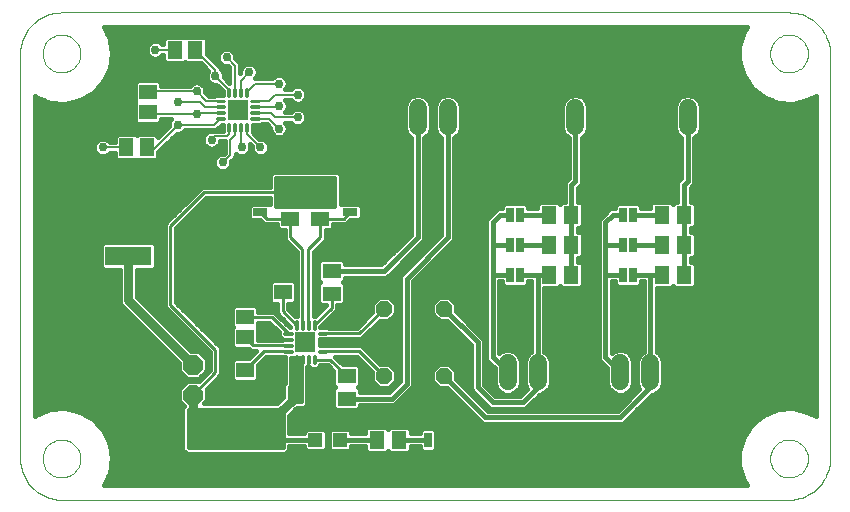
<source format=gtl>
G75*
G70*
%OFA0B0*%
%FSLAX24Y24*%
%IPPOS*%
%LPD*%
%AMOC8*
5,1,8,0,0,1.08239X$1,22.5*
%
%ADD10C,0.0000*%
%ADD11R,0.0669X0.0669*%
%ADD12C,0.0089*%
%ADD13R,0.0591X0.0512*%
%ADD14R,0.0512X0.0591*%
%ADD15OC8,0.0520*%
%ADD16R,0.0500X0.0250*%
%ADD17OC8,0.0660*%
%ADD18R,0.1575X0.0630*%
%ADD19R,0.1063X0.0630*%
%ADD20C,0.0600*%
%ADD21C,0.0594*%
%ADD22R,0.0250X0.0500*%
%ADD23C,0.0300*%
%ADD24R,0.0472X0.0472*%
%ADD25C,0.0160*%
%ADD26OC8,0.0278*%
%ADD27C,0.0080*%
%ADD28C,0.0100*%
%ADD29C,0.0300*%
D10*
X001700Y000325D02*
X025942Y000325D01*
X026014Y000327D01*
X026086Y000333D01*
X026157Y000342D01*
X026228Y000355D01*
X026298Y000372D01*
X026367Y000392D01*
X026435Y000416D01*
X026501Y000444D01*
X026566Y000475D01*
X026630Y000509D01*
X026691Y000547D01*
X026750Y000588D01*
X026807Y000631D01*
X026862Y000678D01*
X026914Y000728D01*
X026964Y000780D01*
X027011Y000835D01*
X027054Y000892D01*
X027095Y000951D01*
X027133Y001013D01*
X027167Y001076D01*
X027198Y001141D01*
X027226Y001207D01*
X027250Y001275D01*
X027270Y001344D01*
X027287Y001414D01*
X027300Y001485D01*
X027309Y001556D01*
X027315Y001628D01*
X027317Y001700D01*
X027317Y015195D01*
X025320Y015200D02*
X025322Y015250D01*
X025328Y015300D01*
X025338Y015349D01*
X025352Y015397D01*
X025369Y015444D01*
X025390Y015489D01*
X025415Y015533D01*
X025443Y015574D01*
X025475Y015613D01*
X025509Y015650D01*
X025546Y015684D01*
X025586Y015714D01*
X025628Y015741D01*
X025672Y015765D01*
X025718Y015786D01*
X025765Y015802D01*
X025813Y015815D01*
X025863Y015824D01*
X025912Y015829D01*
X025963Y015830D01*
X026013Y015827D01*
X026062Y015820D01*
X026111Y015809D01*
X026159Y015794D01*
X026205Y015776D01*
X026250Y015754D01*
X026293Y015728D01*
X026334Y015699D01*
X026373Y015667D01*
X026409Y015632D01*
X026441Y015594D01*
X026471Y015554D01*
X026498Y015511D01*
X026521Y015467D01*
X026540Y015421D01*
X026556Y015373D01*
X026568Y015324D01*
X026576Y015275D01*
X026580Y015225D01*
X026580Y015175D01*
X026576Y015125D01*
X026568Y015076D01*
X026556Y015027D01*
X026540Y014979D01*
X026521Y014933D01*
X026498Y014889D01*
X026471Y014846D01*
X026441Y014806D01*
X026409Y014768D01*
X026373Y014733D01*
X026334Y014701D01*
X026293Y014672D01*
X026250Y014646D01*
X026205Y014624D01*
X026159Y014606D01*
X026111Y014591D01*
X026062Y014580D01*
X026013Y014573D01*
X025963Y014570D01*
X025912Y014571D01*
X025863Y014576D01*
X025813Y014585D01*
X025765Y014598D01*
X025718Y014614D01*
X025672Y014635D01*
X025628Y014659D01*
X025586Y014686D01*
X025546Y014716D01*
X025509Y014750D01*
X025475Y014787D01*
X025443Y014826D01*
X025415Y014867D01*
X025390Y014911D01*
X025369Y014956D01*
X025352Y015003D01*
X025338Y015051D01*
X025328Y015100D01*
X025322Y015150D01*
X025320Y015200D01*
X025942Y016570D02*
X026014Y016568D01*
X026086Y016562D01*
X026157Y016553D01*
X026228Y016540D01*
X026298Y016523D01*
X026367Y016503D01*
X026435Y016479D01*
X026501Y016451D01*
X026566Y016420D01*
X026630Y016386D01*
X026691Y016348D01*
X026750Y016307D01*
X026807Y016264D01*
X026862Y016217D01*
X026914Y016167D01*
X026964Y016115D01*
X027011Y016060D01*
X027054Y016003D01*
X027095Y015944D01*
X027133Y015883D01*
X027167Y015819D01*
X027198Y015754D01*
X027226Y015688D01*
X027250Y015620D01*
X027270Y015551D01*
X027287Y015481D01*
X027300Y015410D01*
X027309Y015339D01*
X027315Y015267D01*
X027317Y015195D01*
X025942Y016570D02*
X001700Y016570D01*
X001070Y015200D02*
X001072Y015250D01*
X001078Y015300D01*
X001088Y015349D01*
X001102Y015397D01*
X001119Y015444D01*
X001140Y015489D01*
X001165Y015533D01*
X001193Y015574D01*
X001225Y015613D01*
X001259Y015650D01*
X001296Y015684D01*
X001336Y015714D01*
X001378Y015741D01*
X001422Y015765D01*
X001468Y015786D01*
X001515Y015802D01*
X001563Y015815D01*
X001613Y015824D01*
X001662Y015829D01*
X001713Y015830D01*
X001763Y015827D01*
X001812Y015820D01*
X001861Y015809D01*
X001909Y015794D01*
X001955Y015776D01*
X002000Y015754D01*
X002043Y015728D01*
X002084Y015699D01*
X002123Y015667D01*
X002159Y015632D01*
X002191Y015594D01*
X002221Y015554D01*
X002248Y015511D01*
X002271Y015467D01*
X002290Y015421D01*
X002306Y015373D01*
X002318Y015324D01*
X002326Y015275D01*
X002330Y015225D01*
X002330Y015175D01*
X002326Y015125D01*
X002318Y015076D01*
X002306Y015027D01*
X002290Y014979D01*
X002271Y014933D01*
X002248Y014889D01*
X002221Y014846D01*
X002191Y014806D01*
X002159Y014768D01*
X002123Y014733D01*
X002084Y014701D01*
X002043Y014672D01*
X002000Y014646D01*
X001955Y014624D01*
X001909Y014606D01*
X001861Y014591D01*
X001812Y014580D01*
X001763Y014573D01*
X001713Y014570D01*
X001662Y014571D01*
X001613Y014576D01*
X001563Y014585D01*
X001515Y014598D01*
X001468Y014614D01*
X001422Y014635D01*
X001378Y014659D01*
X001336Y014686D01*
X001296Y014716D01*
X001259Y014750D01*
X001225Y014787D01*
X001193Y014826D01*
X001165Y014867D01*
X001140Y014911D01*
X001119Y014956D01*
X001102Y015003D01*
X001088Y015051D01*
X001078Y015100D01*
X001072Y015150D01*
X001070Y015200D01*
X000325Y015195D02*
X000325Y001700D01*
X001070Y001700D02*
X001072Y001750D01*
X001078Y001800D01*
X001088Y001849D01*
X001102Y001897D01*
X001119Y001944D01*
X001140Y001989D01*
X001165Y002033D01*
X001193Y002074D01*
X001225Y002113D01*
X001259Y002150D01*
X001296Y002184D01*
X001336Y002214D01*
X001378Y002241D01*
X001422Y002265D01*
X001468Y002286D01*
X001515Y002302D01*
X001563Y002315D01*
X001613Y002324D01*
X001662Y002329D01*
X001713Y002330D01*
X001763Y002327D01*
X001812Y002320D01*
X001861Y002309D01*
X001909Y002294D01*
X001955Y002276D01*
X002000Y002254D01*
X002043Y002228D01*
X002084Y002199D01*
X002123Y002167D01*
X002159Y002132D01*
X002191Y002094D01*
X002221Y002054D01*
X002248Y002011D01*
X002271Y001967D01*
X002290Y001921D01*
X002306Y001873D01*
X002318Y001824D01*
X002326Y001775D01*
X002330Y001725D01*
X002330Y001675D01*
X002326Y001625D01*
X002318Y001576D01*
X002306Y001527D01*
X002290Y001479D01*
X002271Y001433D01*
X002248Y001389D01*
X002221Y001346D01*
X002191Y001306D01*
X002159Y001268D01*
X002123Y001233D01*
X002084Y001201D01*
X002043Y001172D01*
X002000Y001146D01*
X001955Y001124D01*
X001909Y001106D01*
X001861Y001091D01*
X001812Y001080D01*
X001763Y001073D01*
X001713Y001070D01*
X001662Y001071D01*
X001613Y001076D01*
X001563Y001085D01*
X001515Y001098D01*
X001468Y001114D01*
X001422Y001135D01*
X001378Y001159D01*
X001336Y001186D01*
X001296Y001216D01*
X001259Y001250D01*
X001225Y001287D01*
X001193Y001326D01*
X001165Y001367D01*
X001140Y001411D01*
X001119Y001456D01*
X001102Y001503D01*
X001088Y001551D01*
X001078Y001600D01*
X001072Y001650D01*
X001070Y001700D01*
X000325Y001700D02*
X000327Y001628D01*
X000333Y001556D01*
X000342Y001485D01*
X000355Y001414D01*
X000372Y001344D01*
X000392Y001275D01*
X000416Y001207D01*
X000444Y001141D01*
X000475Y001076D01*
X000509Y001013D01*
X000547Y000951D01*
X000588Y000892D01*
X000631Y000835D01*
X000678Y000780D01*
X000728Y000728D01*
X000780Y000678D01*
X000835Y000631D01*
X000892Y000588D01*
X000951Y000547D01*
X001012Y000509D01*
X001076Y000475D01*
X001141Y000444D01*
X001207Y000416D01*
X001275Y000392D01*
X001344Y000372D01*
X001414Y000355D01*
X001485Y000342D01*
X001556Y000333D01*
X001628Y000327D01*
X001700Y000325D01*
X025320Y001700D02*
X025322Y001750D01*
X025328Y001800D01*
X025338Y001849D01*
X025352Y001897D01*
X025369Y001944D01*
X025390Y001989D01*
X025415Y002033D01*
X025443Y002074D01*
X025475Y002113D01*
X025509Y002150D01*
X025546Y002184D01*
X025586Y002214D01*
X025628Y002241D01*
X025672Y002265D01*
X025718Y002286D01*
X025765Y002302D01*
X025813Y002315D01*
X025863Y002324D01*
X025912Y002329D01*
X025963Y002330D01*
X026013Y002327D01*
X026062Y002320D01*
X026111Y002309D01*
X026159Y002294D01*
X026205Y002276D01*
X026250Y002254D01*
X026293Y002228D01*
X026334Y002199D01*
X026373Y002167D01*
X026409Y002132D01*
X026441Y002094D01*
X026471Y002054D01*
X026498Y002011D01*
X026521Y001967D01*
X026540Y001921D01*
X026556Y001873D01*
X026568Y001824D01*
X026576Y001775D01*
X026580Y001725D01*
X026580Y001675D01*
X026576Y001625D01*
X026568Y001576D01*
X026556Y001527D01*
X026540Y001479D01*
X026521Y001433D01*
X026498Y001389D01*
X026471Y001346D01*
X026441Y001306D01*
X026409Y001268D01*
X026373Y001233D01*
X026334Y001201D01*
X026293Y001172D01*
X026250Y001146D01*
X026205Y001124D01*
X026159Y001106D01*
X026111Y001091D01*
X026062Y001080D01*
X026013Y001073D01*
X025963Y001070D01*
X025912Y001071D01*
X025863Y001076D01*
X025813Y001085D01*
X025765Y001098D01*
X025718Y001114D01*
X025672Y001135D01*
X025628Y001159D01*
X025586Y001186D01*
X025546Y001216D01*
X025509Y001250D01*
X025475Y001287D01*
X025443Y001326D01*
X025415Y001367D01*
X025390Y001411D01*
X025369Y001456D01*
X025352Y001503D01*
X025338Y001551D01*
X025328Y001600D01*
X025322Y001650D01*
X025320Y001700D01*
X001700Y016570D02*
X001628Y016568D01*
X001556Y016562D01*
X001485Y016553D01*
X001414Y016540D01*
X001344Y016523D01*
X001275Y016503D01*
X001207Y016479D01*
X001141Y016451D01*
X001076Y016420D01*
X001012Y016386D01*
X000951Y016348D01*
X000892Y016307D01*
X000835Y016264D01*
X000780Y016217D01*
X000728Y016167D01*
X000678Y016115D01*
X000631Y016060D01*
X000588Y016003D01*
X000547Y015944D01*
X000509Y015883D01*
X000475Y015819D01*
X000444Y015754D01*
X000416Y015688D01*
X000392Y015620D01*
X000372Y015551D01*
X000355Y015481D01*
X000342Y015410D01*
X000333Y015339D01*
X000327Y015267D01*
X000325Y015195D01*
D11*
X007575Y013325D03*
X009825Y005575D03*
D12*
X009367Y005462D02*
X009121Y005462D01*
X009121Y005492D01*
X009367Y005492D01*
X009367Y005462D01*
X009367Y005265D02*
X009121Y005265D01*
X009121Y005295D01*
X009367Y005295D01*
X009367Y005265D01*
X009545Y005117D02*
X009545Y004871D01*
X009515Y004871D01*
X009515Y005117D01*
X009545Y005117D01*
X009545Y004959D02*
X009515Y004959D01*
X009515Y005047D02*
X009545Y005047D01*
X009742Y005117D02*
X009742Y004871D01*
X009712Y004871D01*
X009712Y005117D01*
X009742Y005117D01*
X009742Y004959D02*
X009712Y004959D01*
X009712Y005047D02*
X009742Y005047D01*
X009938Y005117D02*
X009938Y004871D01*
X009908Y004871D01*
X009908Y005117D01*
X009938Y005117D01*
X009938Y004959D02*
X009908Y004959D01*
X009908Y005047D02*
X009938Y005047D01*
X010135Y005117D02*
X010135Y004871D01*
X010105Y004871D01*
X010105Y005117D01*
X010135Y005117D01*
X010135Y004959D02*
X010105Y004959D01*
X010105Y005047D02*
X010135Y005047D01*
X010283Y005295D02*
X010529Y005295D01*
X010529Y005265D01*
X010283Y005265D01*
X010283Y005295D01*
X010283Y005492D02*
X010529Y005492D01*
X010529Y005462D01*
X010283Y005462D01*
X010283Y005492D01*
X010283Y005688D02*
X010529Y005688D01*
X010529Y005658D01*
X010283Y005658D01*
X010283Y005688D01*
X010283Y005885D02*
X010529Y005885D01*
X010529Y005855D01*
X010283Y005855D01*
X010283Y005885D01*
X010105Y006033D02*
X010105Y006279D01*
X010135Y006279D01*
X010135Y006033D01*
X010105Y006033D01*
X010105Y006121D02*
X010135Y006121D01*
X010135Y006209D02*
X010105Y006209D01*
X009908Y006279D02*
X009908Y006033D01*
X009908Y006279D02*
X009938Y006279D01*
X009938Y006033D01*
X009908Y006033D01*
X009908Y006121D02*
X009938Y006121D01*
X009938Y006209D02*
X009908Y006209D01*
X009712Y006279D02*
X009712Y006033D01*
X009712Y006279D02*
X009742Y006279D01*
X009742Y006033D01*
X009712Y006033D01*
X009712Y006121D02*
X009742Y006121D01*
X009742Y006209D02*
X009712Y006209D01*
X009515Y006279D02*
X009515Y006033D01*
X009515Y006279D02*
X009545Y006279D01*
X009545Y006033D01*
X009515Y006033D01*
X009515Y006121D02*
X009545Y006121D01*
X009545Y006209D02*
X009515Y006209D01*
X009367Y005855D02*
X009121Y005855D01*
X009121Y005885D01*
X009367Y005885D01*
X009367Y005855D01*
X009367Y005658D02*
X009121Y005658D01*
X009121Y005688D01*
X009367Y005688D01*
X009367Y005658D01*
X007885Y012621D02*
X007885Y012867D01*
X007885Y012621D02*
X007855Y012621D01*
X007855Y012867D01*
X007885Y012867D01*
X007885Y012709D02*
X007855Y012709D01*
X007855Y012797D02*
X007885Y012797D01*
X007688Y012867D02*
X007688Y012621D01*
X007658Y012621D01*
X007658Y012867D01*
X007688Y012867D01*
X007688Y012709D02*
X007658Y012709D01*
X007658Y012797D02*
X007688Y012797D01*
X007492Y012867D02*
X007492Y012621D01*
X007462Y012621D01*
X007462Y012867D01*
X007492Y012867D01*
X007492Y012709D02*
X007462Y012709D01*
X007462Y012797D02*
X007492Y012797D01*
X007295Y012867D02*
X007295Y012621D01*
X007265Y012621D01*
X007265Y012867D01*
X007295Y012867D01*
X007295Y012709D02*
X007265Y012709D01*
X007265Y012797D02*
X007295Y012797D01*
X007117Y013015D02*
X006871Y013015D01*
X006871Y013045D01*
X007117Y013045D01*
X007117Y013015D01*
X007117Y013212D02*
X006871Y013212D01*
X006871Y013242D01*
X007117Y013242D01*
X007117Y013212D01*
X007117Y013408D02*
X006871Y013408D01*
X006871Y013438D01*
X007117Y013438D01*
X007117Y013408D01*
X007117Y013605D02*
X006871Y013605D01*
X006871Y013635D01*
X007117Y013635D01*
X007117Y013605D01*
X007265Y013783D02*
X007265Y014029D01*
X007295Y014029D01*
X007295Y013783D01*
X007265Y013783D01*
X007265Y013871D02*
X007295Y013871D01*
X007295Y013959D02*
X007265Y013959D01*
X007462Y014029D02*
X007462Y013783D01*
X007462Y014029D02*
X007492Y014029D01*
X007492Y013783D01*
X007462Y013783D01*
X007462Y013871D02*
X007492Y013871D01*
X007492Y013959D02*
X007462Y013959D01*
X007658Y014029D02*
X007658Y013783D01*
X007658Y014029D02*
X007688Y014029D01*
X007688Y013783D01*
X007658Y013783D01*
X007658Y013871D02*
X007688Y013871D01*
X007688Y013959D02*
X007658Y013959D01*
X007855Y014029D02*
X007855Y013783D01*
X007855Y014029D02*
X007885Y014029D01*
X007885Y013783D01*
X007855Y013783D01*
X007855Y013871D02*
X007885Y013871D01*
X007885Y013959D02*
X007855Y013959D01*
X008033Y013635D02*
X008279Y013635D01*
X008279Y013605D01*
X008033Y013605D01*
X008033Y013635D01*
X008033Y013438D02*
X008279Y013438D01*
X008279Y013408D01*
X008033Y013408D01*
X008033Y013438D01*
X008033Y013242D02*
X008279Y013242D01*
X008279Y013212D01*
X008033Y013212D01*
X008033Y013242D01*
X008033Y013045D02*
X008279Y013045D01*
X008279Y013015D01*
X008033Y013015D01*
X008033Y013045D01*
D13*
X004575Y013240D03*
X004575Y013910D03*
X009325Y010449D03*
X009325Y009701D03*
X010325Y009701D03*
X010325Y010449D03*
X010700Y007949D03*
X010700Y007201D03*
X009075Y007240D03*
X009075Y007910D03*
X007825Y006410D03*
X007825Y005740D03*
X007825Y004660D03*
X007825Y003990D03*
X006700Y002285D03*
X006700Y001615D03*
X011200Y003701D03*
X011200Y004449D03*
D14*
X010160Y003825D03*
X009490Y003825D03*
X012201Y002325D03*
X012949Y002325D03*
X017951Y007825D03*
X018699Y007825D03*
X018699Y008825D03*
X017951Y008825D03*
X017951Y009825D03*
X018699Y009825D03*
X021701Y009825D03*
X022449Y009825D03*
X022449Y008825D03*
X021701Y008825D03*
X021701Y007825D03*
X022449Y007825D03*
X006160Y015325D03*
X005490Y015325D03*
X004535Y012075D03*
X003865Y012075D03*
D15*
X012450Y006700D03*
X014450Y006700D03*
X014450Y004450D03*
X012450Y004450D03*
D16*
X011325Y009913D03*
X011325Y010237D03*
X008325Y010237D03*
X008325Y009913D03*
D17*
X006075Y004825D03*
X005325Y004325D03*
X006075Y003825D03*
D18*
X006723Y008450D03*
X003927Y008450D03*
D19*
X008200Y002501D03*
X008200Y001399D03*
D20*
X016575Y004275D02*
X016575Y004875D01*
X017575Y004875D02*
X017575Y004275D01*
X018575Y004275D02*
X018575Y004875D01*
X020325Y004875D02*
X020325Y004275D01*
X021325Y004275D02*
X021325Y004875D01*
X022325Y004875D02*
X022325Y004275D01*
X014575Y012775D02*
X014575Y013375D01*
X013575Y013375D02*
X013575Y012775D01*
X012575Y012775D02*
X012575Y013375D01*
D21*
X017825Y013372D02*
X017825Y012778D01*
X018825Y012778D02*
X018825Y013372D01*
X021575Y013372D02*
X021575Y012778D01*
X022575Y012778D02*
X022575Y013372D01*
D22*
X020737Y009825D03*
X020413Y009825D03*
X020413Y008825D03*
X020737Y008825D03*
X020737Y007825D03*
X020413Y007825D03*
X016987Y007825D03*
X016663Y007825D03*
X016663Y008825D03*
X016987Y008825D03*
X016987Y009825D03*
X016663Y009825D03*
X014237Y002325D03*
X013913Y002325D03*
D23*
X007075Y011575D03*
X007700Y012075D03*
X008325Y012075D03*
X008950Y012700D03*
X009575Y013075D03*
X008950Y013450D03*
X009575Y013825D03*
X008950Y014200D03*
X007950Y014575D03*
X007200Y015075D03*
X006825Y014450D03*
X006200Y013950D03*
X005575Y013575D03*
X006200Y013200D03*
X005575Y012825D03*
X006700Y012325D03*
X003075Y012075D03*
X004825Y015325D03*
D24*
X010162Y002325D03*
X010988Y002325D03*
D25*
X012201Y002325D01*
X011805Y002105D02*
X011805Y001972D01*
X011887Y001890D01*
X012515Y001890D01*
X012575Y001950D01*
X012635Y001890D01*
X013263Y001890D01*
X013345Y001972D01*
X013345Y002105D01*
X013648Y002105D01*
X013648Y002017D01*
X013730Y001935D01*
X014096Y001935D01*
X014178Y002017D01*
X014178Y002633D01*
X014096Y002715D01*
X013730Y002715D01*
X013648Y002633D01*
X013648Y002545D01*
X013345Y002545D01*
X013345Y002678D01*
X013263Y002760D01*
X012635Y002760D01*
X012575Y002700D01*
X012515Y002760D01*
X011887Y002760D01*
X011805Y002678D01*
X011805Y002545D01*
X011365Y002545D01*
X011365Y002619D01*
X011283Y002701D01*
X010694Y002701D01*
X010612Y002619D01*
X010612Y002031D01*
X010694Y001949D01*
X011283Y001949D01*
X011365Y002031D01*
X011365Y002105D01*
X011805Y002105D01*
X011805Y002069D02*
X011365Y002069D01*
X011867Y001910D02*
X009221Y001910D01*
X009166Y001855D02*
X009295Y001984D01*
X009295Y002105D01*
X009785Y002105D01*
X009785Y002031D01*
X009867Y001949D01*
X010456Y001949D01*
X010538Y002031D01*
X010538Y002619D01*
X010456Y002701D01*
X009867Y002701D01*
X009785Y002619D01*
X009785Y002545D01*
X009295Y002545D01*
X009295Y003135D01*
X009545Y003385D01*
X009779Y003385D01*
X009783Y003390D01*
X009804Y003390D01*
X009886Y003472D01*
X009886Y003493D01*
X009890Y003496D01*
X009890Y004759D01*
X009923Y004793D01*
X010029Y004687D01*
X010211Y004687D01*
X010319Y004795D01*
X010319Y004804D01*
X010576Y004804D01*
X010765Y004616D01*
X010765Y004135D01*
X010825Y004075D01*
X010765Y004015D01*
X010765Y003387D01*
X010847Y003305D01*
X011553Y003305D01*
X011635Y003387D01*
X011635Y003481D01*
X012792Y003481D01*
X013420Y004109D01*
X013420Y007609D01*
X014795Y008984D01*
X014795Y012390D01*
X014824Y012402D01*
X014948Y012526D01*
X015015Y012687D01*
X015015Y013463D01*
X014948Y013624D01*
X014824Y013748D01*
X014663Y013815D01*
X014487Y013815D01*
X014326Y013748D01*
X014202Y013624D01*
X014135Y013463D01*
X014135Y012687D01*
X014202Y012526D01*
X014326Y012402D01*
X014355Y012390D01*
X014355Y009166D01*
X013109Y007920D01*
X012980Y007791D01*
X012980Y004291D01*
X012610Y003921D01*
X011635Y003921D01*
X011635Y004015D01*
X011575Y004075D01*
X011635Y004135D01*
X011635Y004763D01*
X011868Y004763D01*
X011710Y004922D02*
X010996Y004922D01*
X011073Y004845D02*
X010828Y005090D01*
X011542Y005090D01*
X012050Y004581D01*
X012050Y004284D01*
X012284Y004050D01*
X012616Y004050D01*
X012850Y004284D01*
X012850Y004616D01*
X012616Y004850D01*
X012319Y004850D01*
X011699Y005470D01*
X010614Y005470D01*
X010605Y005479D01*
X010300Y005479D01*
X010300Y005671D01*
X010605Y005671D01*
X010614Y005680D01*
X011699Y005680D01*
X012319Y006300D01*
X012616Y006300D01*
X012850Y006534D01*
X012850Y006866D01*
X012616Y007100D01*
X012284Y007100D01*
X012050Y006866D01*
X012050Y006569D01*
X011542Y006060D01*
X010614Y006060D01*
X010605Y006069D01*
X010319Y006069D01*
X010319Y006086D01*
X010779Y006545D01*
X010890Y006657D01*
X010890Y006805D01*
X011053Y006805D01*
X011135Y006887D01*
X011135Y007515D01*
X011075Y007575D01*
X011135Y007635D01*
X011135Y007729D01*
X012540Y007729D01*
X013666Y008855D01*
X013795Y008984D01*
X013795Y012390D01*
X013824Y012402D01*
X013948Y012526D01*
X014015Y012687D01*
X014015Y013463D01*
X013948Y013624D01*
X013824Y013748D01*
X013663Y013815D01*
X013487Y013815D01*
X013326Y013748D01*
X013202Y013624D01*
X013135Y013463D01*
X013135Y012687D01*
X013202Y012526D01*
X013326Y012402D01*
X013355Y012390D01*
X013355Y009166D01*
X012358Y008169D01*
X011135Y008169D01*
X011135Y008263D01*
X011053Y008345D01*
X010347Y008345D01*
X010265Y008263D01*
X010265Y007635D01*
X010325Y007575D01*
X010265Y007515D01*
X010265Y006887D01*
X010347Y006805D01*
X010501Y006805D01*
X010159Y006463D01*
X010113Y006463D01*
X010113Y008595D01*
X010404Y008885D01*
X010515Y008996D01*
X010515Y009305D01*
X010678Y009305D01*
X010760Y009387D01*
X010760Y009511D01*
X011192Y009511D01*
X011329Y009648D01*
X011633Y009648D01*
X011715Y009730D01*
X011715Y010096D01*
X011633Y010178D01*
X011017Y010178D01*
X011015Y010176D01*
X011015Y011154D01*
X010904Y011265D01*
X008746Y011265D01*
X008635Y011154D01*
X008635Y010765D01*
X006371Y010765D01*
X005246Y009640D01*
X005135Y009529D01*
X005135Y006746D01*
X006635Y005246D01*
X006635Y004654D01*
X006273Y004292D01*
X006270Y004295D01*
X005880Y004295D01*
X005605Y004020D01*
X005605Y003630D01*
X005775Y003461D01*
X005730Y003416D01*
X005730Y001984D01*
X005859Y001855D01*
X009166Y001855D01*
X009075Y002075D02*
X005950Y002075D01*
X005950Y003325D01*
X009075Y003325D01*
X009075Y002075D01*
X009075Y002227D02*
X005950Y002227D01*
X005950Y002386D02*
X009075Y002386D01*
X009075Y002325D02*
X010162Y002325D01*
X009785Y002069D02*
X009295Y002069D01*
X009075Y002544D02*
X005950Y002544D01*
X005950Y002703D02*
X009075Y002703D01*
X009075Y002861D02*
X005950Y002861D01*
X005950Y003020D02*
X009075Y003020D01*
X009075Y003178D02*
X005950Y003178D01*
X005730Y003178D02*
X002462Y003178D01*
X002314Y003264D02*
X001826Y003375D01*
X001326Y003338D01*
X000860Y003155D01*
X000805Y003111D01*
X000805Y013789D01*
X000860Y013745D01*
X001326Y013562D01*
X001326Y013562D01*
X001826Y013525D01*
X002314Y013636D01*
X002747Y013887D01*
X003088Y014254D01*
X003305Y014705D01*
X003380Y015200D01*
X003305Y015695D01*
X003305Y015695D01*
X003115Y016090D01*
X024546Y016090D01*
X024436Y015929D01*
X024289Y015450D01*
X024289Y014950D01*
X024436Y014471D01*
X024718Y014057D01*
X024718Y014057D01*
X024718Y014057D01*
X025110Y013745D01*
X025576Y013562D01*
X025576Y013562D01*
X026076Y013525D01*
X026564Y013636D01*
X026837Y013794D01*
X026837Y003106D01*
X026564Y003264D01*
X026564Y003264D01*
X026076Y003375D01*
X026076Y003375D01*
X025576Y003338D01*
X025110Y003155D01*
X024718Y002843D01*
X024436Y002429D01*
X024289Y001950D01*
X024289Y001450D01*
X024436Y000971D01*
X024550Y000805D01*
X003113Y000805D01*
X003305Y001205D01*
X003380Y001700D01*
X003305Y002195D01*
X003305Y002195D01*
X003088Y002646D01*
X002747Y003013D01*
X002314Y003264D01*
X001996Y003337D02*
X005730Y003337D01*
X005740Y003495D02*
X000805Y003495D01*
X000805Y003337D02*
X001323Y003337D01*
X000919Y003178D02*
X000805Y003178D01*
X000860Y003155D02*
X000860Y003155D01*
X000805Y003654D02*
X005605Y003654D01*
X005605Y003812D02*
X000805Y003812D01*
X000805Y003971D02*
X005605Y003971D01*
X005714Y004129D02*
X000805Y004129D01*
X000805Y004288D02*
X005873Y004288D01*
X005880Y004355D02*
X006270Y004355D01*
X006545Y004630D01*
X006545Y005020D01*
X006270Y005295D01*
X006015Y005295D01*
X004217Y007093D01*
X004217Y007995D01*
X004773Y007995D01*
X004855Y008077D01*
X004855Y008823D01*
X004773Y008905D01*
X003082Y008905D01*
X003000Y008823D01*
X003000Y008077D01*
X003082Y007995D01*
X003637Y007995D01*
X003637Y006915D01*
X003682Y006808D01*
X005605Y004885D01*
X005605Y004630D01*
X005880Y004355D01*
X005789Y004446D02*
X000805Y004446D01*
X000805Y004605D02*
X005631Y004605D01*
X005605Y004763D02*
X000805Y004763D01*
X000805Y004922D02*
X005568Y004922D01*
X005410Y005080D02*
X000805Y005080D01*
X000805Y005239D02*
X005251Y005239D01*
X005093Y005397D02*
X000805Y005397D01*
X000805Y005556D02*
X004934Y005556D01*
X004776Y005714D02*
X000805Y005714D01*
X000805Y005873D02*
X004617Y005873D01*
X004459Y006031D02*
X000805Y006031D01*
X000805Y006190D02*
X004300Y006190D01*
X004142Y006348D02*
X000805Y006348D01*
X000805Y006507D02*
X003983Y006507D01*
X003825Y006665D02*
X000805Y006665D01*
X000805Y006824D02*
X003675Y006824D01*
X003637Y006982D02*
X000805Y006982D01*
X000805Y007141D02*
X003637Y007141D01*
X003637Y007299D02*
X000805Y007299D01*
X000805Y007458D02*
X003637Y007458D01*
X003637Y007616D02*
X000805Y007616D01*
X000805Y007775D02*
X003637Y007775D01*
X003637Y007933D02*
X000805Y007933D01*
X000805Y008092D02*
X003000Y008092D01*
X003000Y008250D02*
X000805Y008250D01*
X000805Y008409D02*
X003000Y008409D01*
X003000Y008567D02*
X000805Y008567D01*
X000805Y008726D02*
X003000Y008726D01*
X003061Y008884D02*
X000805Y008884D01*
X000805Y009043D02*
X005135Y009043D01*
X005135Y009201D02*
X000805Y009201D01*
X000805Y009360D02*
X005135Y009360D01*
X005135Y009518D02*
X000805Y009518D01*
X000805Y009677D02*
X005283Y009677D01*
X005441Y009835D02*
X000805Y009835D01*
X000805Y009994D02*
X005600Y009994D01*
X005758Y010152D02*
X000805Y010152D01*
X000805Y010311D02*
X005917Y010311D01*
X006075Y010469D02*
X000805Y010469D01*
X000805Y010628D02*
X006234Y010628D01*
X006529Y010385D02*
X008635Y010385D01*
X008635Y010176D01*
X008633Y010178D01*
X008017Y010178D01*
X007935Y010096D01*
X007935Y009730D01*
X008017Y009648D01*
X008321Y009648D01*
X008458Y009511D01*
X008890Y009511D01*
X008890Y009387D01*
X008972Y009305D01*
X009135Y009305D01*
X009135Y008996D01*
X009246Y008885D01*
X009246Y008885D01*
X009537Y008595D01*
X009537Y006463D01*
X009491Y006463D01*
X009265Y006689D01*
X009265Y006844D01*
X009428Y006844D01*
X009510Y006926D01*
X009510Y007554D01*
X009428Y007636D01*
X008722Y007636D01*
X008640Y007554D01*
X008640Y006926D01*
X008722Y006844D01*
X008885Y006844D01*
X008885Y006532D01*
X008996Y006420D01*
X009331Y006086D01*
X009331Y006069D01*
X009314Y006069D01*
X008784Y006600D01*
X008260Y006600D01*
X008260Y006724D01*
X008178Y006806D01*
X007472Y006806D01*
X007390Y006724D01*
X007390Y006096D01*
X007410Y006075D01*
X007390Y006054D01*
X007390Y005426D01*
X007472Y005344D01*
X007952Y005344D01*
X008010Y005287D01*
X008183Y005287D01*
X007952Y005056D01*
X007472Y005056D01*
X007390Y004974D01*
X007390Y004346D01*
X007472Y004264D01*
X008178Y004264D01*
X008260Y004346D01*
X008260Y004826D01*
X008524Y005090D01*
X009036Y005090D01*
X009045Y005081D01*
X009135Y005081D01*
X009135Y004219D01*
X009094Y004178D01*
X009094Y003755D01*
X008885Y003545D01*
X006460Y003545D01*
X006545Y003630D01*
X006545Y004020D01*
X006542Y004023D01*
X007015Y004496D01*
X007015Y004654D01*
X007015Y005404D01*
X006904Y005515D01*
X005515Y006904D01*
X005515Y009371D01*
X006529Y010385D01*
X006454Y010311D02*
X008635Y010311D01*
X008635Y010786D02*
X000805Y010786D01*
X000805Y010945D02*
X008635Y010945D01*
X008635Y011103D02*
X000805Y011103D01*
X000805Y011262D02*
X008743Y011262D01*
X008489Y011829D02*
X008571Y011911D01*
X008615Y012017D01*
X008615Y012133D01*
X008571Y012239D01*
X008489Y012321D01*
X008383Y012365D01*
X008290Y012365D01*
X008069Y012585D01*
X008069Y012831D01*
X008355Y012831D01*
X008374Y012850D01*
X008546Y012850D01*
X008660Y012735D01*
X008660Y012642D01*
X008704Y012536D01*
X008786Y012454D01*
X008892Y012410D01*
X009008Y012410D01*
X009114Y012454D01*
X009196Y012536D01*
X009240Y012642D01*
X009240Y012758D01*
X009196Y012864D01*
X009165Y012895D01*
X009345Y012895D01*
X009411Y012829D01*
X009517Y012785D01*
X009633Y012785D01*
X009739Y012829D01*
X009821Y012911D01*
X009865Y013017D01*
X009865Y013133D01*
X009821Y013239D01*
X009739Y013321D01*
X009633Y013365D01*
X009517Y013365D01*
X009411Y013321D01*
X009345Y013255D01*
X009165Y013255D01*
X009196Y013286D01*
X009240Y013392D01*
X009240Y013508D01*
X009196Y013614D01*
X009165Y013645D01*
X009345Y013645D01*
X009411Y013579D01*
X009517Y013535D01*
X009633Y013535D01*
X009739Y013579D01*
X009821Y013661D01*
X009865Y013767D01*
X009865Y013883D01*
X009821Y013989D01*
X009739Y014071D01*
X009633Y014115D01*
X009517Y014115D01*
X009411Y014071D01*
X009345Y014005D01*
X009165Y014005D01*
X009196Y014036D01*
X009240Y014142D01*
X009240Y014258D01*
X009196Y014364D01*
X009114Y014446D01*
X009008Y014490D01*
X008892Y014490D01*
X008786Y014446D01*
X008720Y014380D01*
X008165Y014380D01*
X008196Y014411D01*
X008240Y014517D01*
X008240Y014633D01*
X008196Y014739D01*
X008114Y014821D01*
X008008Y014865D01*
X007892Y014865D01*
X007786Y014821D01*
X007704Y014739D01*
X007660Y014633D01*
X007660Y014540D01*
X007657Y014536D01*
X007657Y014873D01*
X007490Y015040D01*
X007490Y015133D01*
X007446Y015239D01*
X007364Y015321D01*
X007258Y015365D01*
X007142Y015365D01*
X007036Y015321D01*
X006954Y015239D01*
X006910Y015133D01*
X006910Y015017D01*
X006954Y014911D01*
X007036Y014829D01*
X007142Y014785D01*
X007235Y014785D01*
X007297Y014724D01*
X007297Y014233D01*
X007115Y014415D01*
X007115Y014508D01*
X007071Y014614D01*
X007005Y014680D01*
X007005Y014734D01*
X006556Y015184D01*
X006556Y015678D01*
X006474Y015760D01*
X005846Y015760D01*
X005825Y015740D01*
X005804Y015760D01*
X005176Y015760D01*
X005094Y015678D01*
X005094Y015505D01*
X005055Y015505D01*
X004989Y015571D01*
X004883Y015615D01*
X004767Y015615D01*
X004661Y015571D01*
X004579Y015489D01*
X004535Y015383D01*
X004535Y015267D01*
X004579Y015161D01*
X004661Y015079D01*
X004767Y015035D01*
X004883Y015035D01*
X004989Y015079D01*
X005055Y015145D01*
X005094Y015145D01*
X005094Y014972D01*
X005176Y014890D01*
X005804Y014890D01*
X005825Y014910D01*
X005846Y014890D01*
X006340Y014890D01*
X006597Y014633D01*
X006579Y014614D01*
X006535Y014508D01*
X006535Y014392D01*
X006579Y014286D01*
X006661Y014204D01*
X006767Y014160D01*
X006860Y014160D01*
X007081Y013940D01*
X007081Y013819D01*
X006795Y013819D01*
X006776Y013800D01*
X006604Y013800D01*
X006490Y013915D01*
X006490Y014008D01*
X006446Y014114D01*
X006364Y014196D01*
X006258Y014240D01*
X006142Y014240D01*
X006036Y014196D01*
X005970Y014130D01*
X005010Y014130D01*
X005010Y014224D01*
X004928Y014306D01*
X004222Y014306D01*
X004140Y014224D01*
X004140Y013596D01*
X004160Y013575D01*
X004140Y013554D01*
X004140Y012926D01*
X004222Y012844D01*
X004928Y012844D01*
X005010Y012926D01*
X005010Y013020D01*
X005360Y013020D01*
X005329Y012989D01*
X005285Y012883D01*
X005285Y012790D01*
X004927Y012432D01*
X004849Y012510D01*
X004221Y012510D01*
X004200Y012490D01*
X004179Y012510D01*
X003551Y012510D01*
X003469Y012428D01*
X003469Y012255D01*
X003305Y012255D01*
X003239Y012321D01*
X003133Y012365D01*
X003017Y012365D01*
X002911Y012321D01*
X002829Y012239D01*
X002785Y012133D01*
X002785Y012017D01*
X002829Y011911D01*
X002911Y011829D01*
X003017Y011785D01*
X003133Y011785D01*
X003239Y011829D01*
X003305Y011895D01*
X003469Y011895D01*
X003469Y011722D01*
X003551Y011640D01*
X004179Y011640D01*
X004200Y011660D01*
X004221Y011640D01*
X004849Y011640D01*
X004931Y011722D01*
X004931Y011918D01*
X004950Y011932D01*
X004953Y011949D01*
X005540Y012535D01*
X005633Y012535D01*
X005739Y012579D01*
X005805Y012645D01*
X006864Y012645D01*
X007050Y012831D01*
X007081Y012831D01*
X007081Y012630D01*
X006750Y012630D01*
X006735Y012615D01*
X006642Y012615D01*
X006536Y012571D01*
X006454Y012489D01*
X006410Y012383D01*
X006410Y012267D01*
X006454Y012161D01*
X006536Y012079D01*
X006642Y012035D01*
X006758Y012035D01*
X006864Y012079D01*
X006946Y012161D01*
X006990Y012267D01*
X006990Y012270D01*
X007145Y012270D01*
X007145Y011900D01*
X007110Y011865D01*
X007017Y011865D01*
X006911Y011821D01*
X006829Y011739D01*
X006785Y011633D01*
X006785Y011517D01*
X006829Y011411D01*
X006911Y011329D01*
X007017Y011285D01*
X007133Y011285D01*
X007239Y011329D01*
X007321Y011411D01*
X007365Y011517D01*
X007365Y011610D01*
X007400Y011645D01*
X007505Y011750D01*
X007505Y011860D01*
X007536Y011829D01*
X007642Y011785D01*
X007758Y011785D01*
X007864Y011829D01*
X007946Y011911D01*
X007990Y012017D01*
X007990Y012133D01*
X007974Y012172D01*
X008035Y012110D01*
X008035Y012017D01*
X008079Y011911D01*
X008161Y011829D01*
X008267Y011785D01*
X008383Y011785D01*
X008489Y011829D01*
X008556Y011896D02*
X013355Y011896D01*
X013355Y012054D02*
X008615Y012054D01*
X008582Y012213D02*
X013355Y012213D01*
X013355Y012371D02*
X008284Y012371D01*
X008125Y012530D02*
X008710Y012530D01*
X008660Y012688D02*
X008069Y012688D01*
X008371Y012847D02*
X008549Y012847D01*
X009203Y012847D02*
X009393Y012847D01*
X009240Y012688D02*
X013135Y012688D01*
X013135Y012847D02*
X009757Y012847D01*
X009860Y013005D02*
X013135Y013005D01*
X013135Y013164D02*
X009852Y013164D01*
X009736Y013322D02*
X013135Y013322D01*
X013142Y013481D02*
X009240Y013481D01*
X009211Y013322D02*
X009414Y013322D01*
X009351Y013639D02*
X009171Y013639D01*
X009799Y013639D02*
X013217Y013639D01*
X013445Y013798D02*
X009865Y013798D01*
X009835Y013956D02*
X024845Y013956D01*
X024679Y014115D02*
X009634Y014115D01*
X009516Y014115D02*
X009228Y014115D01*
X009234Y014273D02*
X024571Y014273D01*
X024463Y014432D02*
X009129Y014432D01*
X008771Y014432D02*
X008204Y014432D01*
X008240Y014590D02*
X024400Y014590D01*
X024436Y014471D02*
X024436Y014471D01*
X024351Y014749D02*
X008187Y014749D01*
X007713Y014749D02*
X007657Y014749D01*
X007657Y014590D02*
X007660Y014590D01*
X007297Y014590D02*
X007081Y014590D01*
X007115Y014432D02*
X007297Y014432D01*
X007297Y014273D02*
X007257Y014273D01*
X007064Y013956D02*
X006490Y013956D01*
X006446Y014115D02*
X006906Y014115D01*
X006592Y014273D02*
X004961Y014273D01*
X004189Y014273D02*
X003097Y014273D01*
X003088Y014254D02*
X003088Y014254D01*
X002959Y014115D02*
X004140Y014115D01*
X004140Y013956D02*
X002812Y013956D01*
X002747Y013887D02*
X002747Y013887D01*
X002747Y013887D01*
X002593Y013798D02*
X004140Y013798D01*
X004140Y013639D02*
X002319Y013639D01*
X002314Y013636D02*
X002314Y013636D01*
X001826Y013525D02*
X001826Y013525D01*
X001130Y013639D02*
X000805Y013639D01*
X000860Y013745D02*
X000860Y013745D01*
X000805Y013481D02*
X004140Y013481D01*
X004140Y013322D02*
X000805Y013322D01*
X000805Y013164D02*
X004140Y013164D01*
X004140Y013005D02*
X000805Y013005D01*
X000805Y012847D02*
X004220Y012847D01*
X004930Y012847D02*
X005285Y012847D01*
X005345Y013005D02*
X005010Y013005D01*
X005183Y012688D02*
X000805Y012688D01*
X000805Y012530D02*
X005025Y012530D01*
X005376Y012371D02*
X006410Y012371D01*
X006433Y012213D02*
X005217Y012213D01*
X005059Y012054D02*
X006596Y012054D01*
X006804Y012054D02*
X007145Y012054D01*
X007145Y012213D02*
X006967Y012213D01*
X007141Y011896D02*
X004931Y011896D01*
X004931Y011737D02*
X006828Y011737D01*
X006785Y011579D02*
X000805Y011579D01*
X000805Y011737D02*
X003469Y011737D01*
X002844Y011896D02*
X000805Y011896D01*
X000805Y012054D02*
X002785Y012054D01*
X002818Y012213D02*
X000805Y012213D01*
X000805Y012371D02*
X003469Y012371D01*
X005534Y012530D02*
X006494Y012530D01*
X006907Y012688D02*
X007081Y012688D01*
X007990Y012054D02*
X008035Y012054D01*
X008094Y011896D02*
X007931Y011896D01*
X007492Y011737D02*
X013355Y011737D01*
X013355Y011579D02*
X007365Y011579D01*
X007325Y011420D02*
X013355Y011420D01*
X013355Y011262D02*
X010907Y011262D01*
X011015Y011103D02*
X013355Y011103D01*
X013355Y010945D02*
X011015Y010945D01*
X011015Y010786D02*
X013355Y010786D01*
X013355Y010628D02*
X011015Y010628D01*
X011015Y010469D02*
X013355Y010469D01*
X013355Y010311D02*
X011015Y010311D01*
X011659Y010152D02*
X013355Y010152D01*
X013355Y009994D02*
X011715Y009994D01*
X011715Y009835D02*
X013355Y009835D01*
X013355Y009677D02*
X011662Y009677D01*
X011199Y009518D02*
X013355Y009518D01*
X013355Y009360D02*
X010733Y009360D01*
X010515Y009201D02*
X013355Y009201D01*
X013231Y009043D02*
X010515Y009043D01*
X010403Y008884D02*
X013073Y008884D01*
X012914Y008726D02*
X010244Y008726D01*
X010113Y008567D02*
X012756Y008567D01*
X012597Y008409D02*
X010113Y008409D01*
X010113Y008250D02*
X010265Y008250D01*
X010265Y008092D02*
X010113Y008092D01*
X010113Y007933D02*
X010265Y007933D01*
X010265Y007775D02*
X010113Y007775D01*
X010113Y007616D02*
X010284Y007616D01*
X010265Y007458D02*
X010113Y007458D01*
X010113Y007299D02*
X010265Y007299D01*
X010265Y007141D02*
X010113Y007141D01*
X010113Y006982D02*
X010265Y006982D01*
X010328Y006824D02*
X010113Y006824D01*
X010113Y006665D02*
X010361Y006665D01*
X010202Y006507D02*
X010113Y006507D01*
X010423Y006190D02*
X011671Y006190D01*
X011829Y006348D02*
X010581Y006348D01*
X010740Y006507D02*
X011988Y006507D01*
X012050Y006665D02*
X010890Y006665D01*
X010779Y006545D02*
X010779Y006545D01*
X011072Y006824D02*
X012050Y006824D01*
X012166Y006982D02*
X011135Y006982D01*
X011135Y007141D02*
X012980Y007141D01*
X012980Y007299D02*
X011135Y007299D01*
X011135Y007458D02*
X012980Y007458D01*
X012980Y007616D02*
X011116Y007616D01*
X010700Y007949D02*
X012449Y007949D01*
X013575Y009075D01*
X013575Y013075D01*
X014015Y013005D02*
X014135Y013005D01*
X014135Y012847D02*
X014015Y012847D01*
X014015Y012688D02*
X014135Y012688D01*
X014200Y012530D02*
X013950Y012530D01*
X013795Y012371D02*
X014355Y012371D01*
X014355Y012213D02*
X013795Y012213D01*
X013795Y012054D02*
X014355Y012054D01*
X014355Y011896D02*
X013795Y011896D01*
X013795Y011737D02*
X014355Y011737D01*
X014355Y011579D02*
X013795Y011579D01*
X013795Y011420D02*
X014355Y011420D01*
X014355Y011262D02*
X013795Y011262D01*
X013795Y011103D02*
X014355Y011103D01*
X014355Y010945D02*
X013795Y010945D01*
X013795Y010786D02*
X014355Y010786D01*
X014355Y010628D02*
X013795Y010628D01*
X013795Y010469D02*
X014355Y010469D01*
X014355Y010311D02*
X013795Y010311D01*
X013795Y010152D02*
X014355Y010152D01*
X014355Y009994D02*
X013795Y009994D01*
X013795Y009835D02*
X014355Y009835D01*
X014355Y009677D02*
X013795Y009677D01*
X013795Y009518D02*
X014355Y009518D01*
X014355Y009360D02*
X013795Y009360D01*
X013795Y009201D02*
X014355Y009201D01*
X014231Y009043D02*
X013795Y009043D01*
X013695Y008884D02*
X014073Y008884D01*
X013914Y008726D02*
X013537Y008726D01*
X013378Y008567D02*
X013756Y008567D01*
X013597Y008409D02*
X013220Y008409D01*
X013061Y008250D02*
X013439Y008250D01*
X013280Y008092D02*
X012903Y008092D01*
X012744Y007933D02*
X013122Y007933D01*
X012980Y007775D02*
X012586Y007775D01*
X012439Y008250D02*
X011135Y008250D01*
X009537Y008250D02*
X005515Y008250D01*
X005515Y008092D02*
X009537Y008092D01*
X009537Y007933D02*
X005515Y007933D01*
X005515Y007775D02*
X009537Y007775D01*
X009537Y007616D02*
X009449Y007616D01*
X009510Y007458D02*
X009537Y007458D01*
X009537Y007299D02*
X009510Y007299D01*
X009510Y007141D02*
X009537Y007141D01*
X009537Y006982D02*
X009510Y006982D01*
X009537Y006824D02*
X009265Y006824D01*
X009289Y006665D02*
X009537Y006665D01*
X009537Y006507D02*
X009448Y006507D01*
X009227Y006190D02*
X009194Y006190D01*
X009069Y006348D02*
X009035Y006348D01*
X008910Y006507D02*
X008877Y006507D01*
X008885Y006665D02*
X008260Y006665D01*
X008640Y006982D02*
X005515Y006982D01*
X005515Y007141D02*
X008640Y007141D01*
X008640Y007299D02*
X005515Y007299D01*
X005515Y007458D02*
X008640Y007458D01*
X008701Y007616D02*
X005515Y007616D01*
X005135Y007616D02*
X004217Y007616D01*
X004217Y007458D02*
X005135Y007458D01*
X005135Y007299D02*
X004217Y007299D01*
X004217Y007141D02*
X005135Y007141D01*
X005135Y006982D02*
X004328Y006982D01*
X004487Y006824D02*
X005135Y006824D01*
X005216Y006665D02*
X004645Y006665D01*
X004804Y006507D02*
X005375Y006507D01*
X005533Y006348D02*
X004962Y006348D01*
X005121Y006190D02*
X005692Y006190D01*
X005850Y006031D02*
X005279Y006031D01*
X005438Y005873D02*
X006009Y005873D01*
X006167Y005714D02*
X005596Y005714D01*
X005755Y005556D02*
X006326Y005556D01*
X006484Y005397D02*
X005913Y005397D01*
X006326Y005239D02*
X006635Y005239D01*
X006635Y005080D02*
X006485Y005080D01*
X006545Y004922D02*
X006635Y004922D01*
X006635Y004763D02*
X006545Y004763D01*
X006519Y004605D02*
X006586Y004605D01*
X006427Y004446D02*
X006361Y004446D01*
X006806Y004288D02*
X007448Y004288D01*
X007390Y004446D02*
X006965Y004446D01*
X007015Y004605D02*
X007390Y004605D01*
X007390Y004763D02*
X007015Y004763D01*
X007015Y004922D02*
X007390Y004922D01*
X007015Y005080D02*
X007977Y005080D01*
X008135Y005239D02*
X007015Y005239D01*
X007015Y005397D02*
X007419Y005397D01*
X007390Y005556D02*
X006863Y005556D01*
X006705Y005714D02*
X007390Y005714D01*
X007390Y005873D02*
X006546Y005873D01*
X006388Y006031D02*
X007390Y006031D01*
X007390Y006190D02*
X006229Y006190D01*
X006071Y006348D02*
X007390Y006348D01*
X007390Y006507D02*
X005912Y006507D01*
X005754Y006665D02*
X007390Y006665D01*
X008260Y006220D02*
X008626Y006220D01*
X008937Y005909D01*
X008937Y005779D01*
X009043Y005673D01*
X009036Y005667D01*
X008260Y005667D01*
X008260Y006054D01*
X008240Y006075D01*
X008260Y006096D01*
X008260Y006220D01*
X008260Y006190D02*
X008656Y006190D01*
X008815Y006031D02*
X008260Y006031D01*
X008260Y005873D02*
X008937Y005873D01*
X009002Y005714D02*
X008260Y005714D01*
X008514Y005080D02*
X009135Y005080D01*
X009135Y004922D02*
X008356Y004922D01*
X008260Y004763D02*
X009135Y004763D01*
X009135Y004605D02*
X008260Y004605D01*
X008260Y004446D02*
X009135Y004446D01*
X009135Y004288D02*
X008202Y004288D01*
X009094Y004129D02*
X006648Y004129D01*
X006545Y003971D02*
X009094Y003971D01*
X009094Y003812D02*
X006545Y003812D01*
X006545Y003654D02*
X008993Y003654D01*
X009497Y003337D02*
X010815Y003337D01*
X010765Y003495D02*
X009889Y003495D01*
X009890Y003654D02*
X010765Y003654D01*
X010765Y003812D02*
X009890Y003812D01*
X009890Y003971D02*
X010765Y003971D01*
X010771Y004129D02*
X009890Y004129D01*
X009890Y004288D02*
X010765Y004288D01*
X010765Y004446D02*
X009890Y004446D01*
X009890Y004605D02*
X010765Y004605D01*
X010617Y004763D02*
X010287Y004763D01*
X009953Y004763D02*
X009894Y004763D01*
X010300Y005556D02*
X012980Y005556D01*
X012980Y005714D02*
X011733Y005714D01*
X011891Y005873D02*
X012980Y005873D01*
X012980Y006031D02*
X012050Y006031D01*
X012208Y006190D02*
X012980Y006190D01*
X012980Y006348D02*
X012664Y006348D01*
X012822Y006507D02*
X012980Y006507D01*
X012980Y006665D02*
X012850Y006665D01*
X012850Y006824D02*
X012980Y006824D01*
X012980Y006982D02*
X012734Y006982D01*
X013420Y006982D02*
X014166Y006982D01*
X014050Y006866D02*
X014050Y006534D01*
X014284Y006300D01*
X014539Y006300D01*
X015355Y005484D01*
X015355Y003984D01*
X015855Y003484D01*
X015984Y003355D01*
X017166Y003355D01*
X017646Y003835D01*
X017663Y003835D01*
X017824Y003902D01*
X017948Y004026D01*
X018015Y004187D01*
X018015Y004963D01*
X017948Y005124D01*
X017824Y005248D01*
X017795Y005260D01*
X017795Y007390D01*
X018265Y007390D01*
X018325Y007450D01*
X018385Y007390D01*
X019013Y007390D01*
X019095Y007472D01*
X019095Y008178D01*
X019013Y008260D01*
X018919Y008260D01*
X018919Y008390D01*
X019013Y008390D01*
X019095Y008472D01*
X019095Y009178D01*
X019013Y009260D01*
X018919Y009260D01*
X018919Y009390D01*
X019013Y009390D01*
X019095Y009472D01*
X019095Y010178D01*
X019013Y010260D01*
X018919Y010260D01*
X018919Y010734D01*
X019045Y010860D01*
X019045Y012396D01*
X019072Y012408D01*
X019195Y012531D01*
X019262Y012691D01*
X019262Y013459D01*
X019195Y013619D01*
X019072Y013742D01*
X018912Y013809D01*
X018738Y013809D01*
X018578Y013742D01*
X018455Y013619D01*
X018388Y013459D01*
X018388Y012691D01*
X018455Y012531D01*
X018578Y012408D01*
X018605Y012396D01*
X018605Y011042D01*
X018479Y010916D01*
X018479Y010260D01*
X018385Y010260D01*
X018325Y010200D01*
X018265Y010260D01*
X017637Y010260D01*
X017555Y010178D01*
X017555Y010045D01*
X017252Y010045D01*
X017252Y010133D01*
X017170Y010215D01*
X016480Y010215D01*
X016398Y010133D01*
X016398Y010045D01*
X016234Y010045D01*
X015984Y009795D01*
X015855Y009666D01*
X015855Y004984D01*
X015984Y004855D01*
X016135Y004704D01*
X016135Y004187D01*
X016202Y004026D01*
X016326Y003902D01*
X016487Y003835D01*
X016663Y003835D01*
X016824Y003902D01*
X016948Y004026D01*
X017015Y004187D01*
X017015Y004963D01*
X016948Y005124D01*
X016824Y005248D01*
X016663Y005315D01*
X016487Y005315D01*
X016326Y005248D01*
X016295Y005217D01*
X016295Y007605D01*
X016398Y007605D01*
X016398Y007517D01*
X016480Y007435D01*
X017170Y007435D01*
X017252Y007517D01*
X017252Y007605D01*
X017355Y007605D01*
X017355Y005260D01*
X017326Y005248D01*
X017202Y005124D01*
X017135Y004963D01*
X017135Y004187D01*
X017202Y004026D01*
X017208Y004019D01*
X016984Y003795D01*
X016166Y003795D01*
X015795Y004166D01*
X015795Y005666D01*
X015666Y005795D01*
X014850Y006611D01*
X014850Y006866D01*
X014616Y007100D01*
X014284Y007100D01*
X014050Y006866D01*
X014050Y006824D02*
X013420Y006824D01*
X013420Y006665D02*
X014050Y006665D01*
X014078Y006507D02*
X013420Y006507D01*
X013420Y006348D02*
X014236Y006348D01*
X014649Y006190D02*
X013420Y006190D01*
X013420Y006031D02*
X014808Y006031D01*
X014966Y005873D02*
X013420Y005873D01*
X013420Y005714D02*
X015125Y005714D01*
X015283Y005556D02*
X013420Y005556D01*
X013420Y005397D02*
X015355Y005397D01*
X015355Y005239D02*
X013420Y005239D01*
X013420Y005080D02*
X015355Y005080D01*
X015355Y004922D02*
X013420Y004922D01*
X013420Y004763D02*
X014197Y004763D01*
X014284Y004850D02*
X014050Y004616D01*
X014050Y004284D01*
X014284Y004050D01*
X014539Y004050D01*
X015605Y002984D01*
X015734Y002855D01*
X020416Y002855D01*
X021396Y003835D01*
X021413Y003835D01*
X021574Y003902D01*
X021698Y004026D01*
X021765Y004187D01*
X021765Y004963D01*
X021698Y005124D01*
X021574Y005248D01*
X021545Y005260D01*
X021545Y007390D01*
X022015Y007390D01*
X022075Y007450D01*
X022135Y007390D01*
X022763Y007390D01*
X022845Y007472D01*
X022845Y008178D01*
X022763Y008260D01*
X022669Y008260D01*
X022669Y008390D01*
X022763Y008390D01*
X022845Y008472D01*
X022845Y009178D01*
X022763Y009260D01*
X022669Y009260D01*
X022669Y009390D01*
X022763Y009390D01*
X022845Y009472D01*
X022845Y010178D01*
X022763Y010260D01*
X022669Y010260D01*
X022669Y010734D01*
X022795Y010860D01*
X022795Y012396D01*
X022822Y012408D01*
X022945Y012531D01*
X023012Y012691D01*
X023012Y013459D01*
X022945Y013619D01*
X022822Y013742D01*
X022662Y013809D01*
X022488Y013809D01*
X022328Y013742D01*
X022205Y013619D01*
X022138Y013459D01*
X022138Y012691D01*
X022205Y012531D01*
X022328Y012408D01*
X022355Y012396D01*
X022355Y011042D01*
X022229Y010916D01*
X022229Y010260D01*
X022135Y010260D01*
X022075Y010200D01*
X022015Y010260D01*
X021387Y010260D01*
X021305Y010178D01*
X021305Y010045D01*
X021002Y010045D01*
X021002Y010133D01*
X020920Y010215D01*
X020230Y010215D01*
X020148Y010133D01*
X020148Y010045D01*
X019984Y010045D01*
X019734Y009795D01*
X019605Y009666D01*
X019605Y004984D01*
X019734Y004855D01*
X019885Y004704D01*
X019885Y004187D01*
X019952Y004026D01*
X020076Y003902D01*
X020237Y003835D01*
X020413Y003835D01*
X020574Y003902D01*
X020698Y004026D01*
X020765Y004187D01*
X020765Y004963D01*
X020698Y005124D01*
X020574Y005248D01*
X020413Y005315D01*
X020237Y005315D01*
X020076Y005248D01*
X020045Y005217D01*
X020045Y007605D01*
X020148Y007605D01*
X020148Y007517D01*
X020230Y007435D01*
X020920Y007435D01*
X021002Y007517D01*
X021002Y007605D01*
X021105Y007605D01*
X021105Y005260D01*
X021076Y005248D01*
X020952Y005124D01*
X020885Y004963D01*
X020885Y004187D01*
X020952Y004026D01*
X020958Y004019D01*
X020234Y003295D01*
X015916Y003295D01*
X014850Y004361D01*
X014850Y004616D01*
X014616Y004850D01*
X014284Y004850D01*
X014050Y004605D02*
X013420Y004605D01*
X013420Y004446D02*
X014050Y004446D01*
X014050Y004288D02*
X013420Y004288D01*
X013420Y004129D02*
X014205Y004129D01*
X014618Y003971D02*
X013282Y003971D01*
X013123Y003812D02*
X014777Y003812D01*
X014935Y003654D02*
X012965Y003654D01*
X012806Y003495D02*
X015094Y003495D01*
X015252Y003337D02*
X011585Y003337D01*
X011200Y003701D02*
X012701Y003701D01*
X013200Y004200D01*
X013200Y007700D01*
X014575Y009075D01*
X014575Y013075D01*
X014135Y013164D02*
X014015Y013164D01*
X014015Y013322D02*
X014135Y013322D01*
X014142Y013481D02*
X014008Y013481D01*
X013933Y013639D02*
X014217Y013639D01*
X014445Y013798D02*
X013705Y013798D01*
X014705Y013798D02*
X018711Y013798D01*
X018939Y013798D02*
X022461Y013798D01*
X022689Y013798D02*
X025044Y013798D01*
X025110Y013745D02*
X025110Y013745D01*
X025380Y013639D02*
X022926Y013639D01*
X023003Y013481D02*
X026837Y013481D01*
X026837Y013639D02*
X026569Y013639D01*
X026564Y013636D02*
X026564Y013636D01*
X026837Y013322D02*
X023012Y013322D01*
X023012Y013164D02*
X026837Y013164D01*
X026837Y013005D02*
X023012Y013005D01*
X023012Y012847D02*
X026837Y012847D01*
X026837Y012688D02*
X023011Y012688D01*
X022944Y012530D02*
X026837Y012530D01*
X026837Y012371D02*
X022795Y012371D01*
X022795Y012213D02*
X026837Y012213D01*
X026837Y012054D02*
X022795Y012054D01*
X022795Y011896D02*
X026837Y011896D01*
X026837Y011737D02*
X022795Y011737D01*
X022795Y011579D02*
X026837Y011579D01*
X026837Y011420D02*
X022795Y011420D01*
X022795Y011262D02*
X026837Y011262D01*
X026837Y011103D02*
X022795Y011103D01*
X022795Y010945D02*
X026837Y010945D01*
X026837Y010786D02*
X022721Y010786D01*
X022669Y010628D02*
X026837Y010628D01*
X026837Y010469D02*
X022669Y010469D01*
X022669Y010311D02*
X026837Y010311D01*
X026837Y010152D02*
X022845Y010152D01*
X022845Y009994D02*
X026837Y009994D01*
X026837Y009835D02*
X022845Y009835D01*
X022845Y009677D02*
X026837Y009677D01*
X026837Y009518D02*
X022845Y009518D01*
X022669Y009360D02*
X026837Y009360D01*
X026837Y009201D02*
X022822Y009201D01*
X022845Y009043D02*
X026837Y009043D01*
X026837Y008884D02*
X022845Y008884D01*
X022845Y008726D02*
X026837Y008726D01*
X026837Y008567D02*
X022845Y008567D01*
X022782Y008409D02*
X026837Y008409D01*
X026837Y008250D02*
X022773Y008250D01*
X022845Y008092D02*
X026837Y008092D01*
X026837Y007933D02*
X022845Y007933D01*
X022845Y007775D02*
X026837Y007775D01*
X026837Y007616D02*
X022845Y007616D01*
X022831Y007458D02*
X026837Y007458D01*
X026837Y007299D02*
X021545Y007299D01*
X021545Y007141D02*
X026837Y007141D01*
X026837Y006982D02*
X021545Y006982D01*
X021545Y006824D02*
X026837Y006824D01*
X026837Y006665D02*
X021545Y006665D01*
X021545Y006507D02*
X026837Y006507D01*
X026837Y006348D02*
X021545Y006348D01*
X021545Y006190D02*
X026837Y006190D01*
X026837Y006031D02*
X021545Y006031D01*
X021545Y005873D02*
X026837Y005873D01*
X026837Y005714D02*
X021545Y005714D01*
X021545Y005556D02*
X026837Y005556D01*
X026837Y005397D02*
X021545Y005397D01*
X021584Y005239D02*
X026837Y005239D01*
X026837Y005080D02*
X021716Y005080D01*
X021765Y004922D02*
X026837Y004922D01*
X026837Y004763D02*
X021765Y004763D01*
X021765Y004605D02*
X026837Y004605D01*
X026837Y004446D02*
X021765Y004446D01*
X021765Y004288D02*
X026837Y004288D01*
X026837Y004129D02*
X021741Y004129D01*
X021643Y003971D02*
X026837Y003971D01*
X026837Y003812D02*
X021373Y003812D01*
X021215Y003654D02*
X026837Y003654D01*
X026837Y003495D02*
X021056Y003495D01*
X020898Y003337D02*
X025573Y003337D01*
X025576Y003338D02*
X025576Y003338D01*
X025169Y003178D02*
X020739Y003178D01*
X020581Y003020D02*
X024940Y003020D01*
X025110Y003155D02*
X025110Y003155D01*
X024741Y002861D02*
X020422Y002861D01*
X020325Y003075D02*
X021325Y004075D01*
X021325Y004575D01*
X021325Y007825D01*
X020737Y007825D01*
X020413Y007825D02*
X019825Y007825D01*
X019825Y005075D01*
X020325Y004575D01*
X020765Y004605D02*
X020885Y004605D01*
X020885Y004763D02*
X020765Y004763D01*
X020765Y004922D02*
X020885Y004922D01*
X020934Y005080D02*
X020716Y005080D01*
X020584Y005239D02*
X021066Y005239D01*
X021105Y005397D02*
X020045Y005397D01*
X020045Y005239D02*
X020066Y005239D01*
X020045Y005556D02*
X021105Y005556D01*
X021105Y005714D02*
X020045Y005714D01*
X020045Y005873D02*
X021105Y005873D01*
X021105Y006031D02*
X020045Y006031D01*
X020045Y006190D02*
X021105Y006190D01*
X021105Y006348D02*
X020045Y006348D01*
X020045Y006507D02*
X021105Y006507D01*
X021105Y006665D02*
X020045Y006665D01*
X020045Y006824D02*
X021105Y006824D01*
X021105Y006982D02*
X020045Y006982D01*
X020045Y007141D02*
X021105Y007141D01*
X021105Y007299D02*
X020045Y007299D01*
X020045Y007458D02*
X020207Y007458D01*
X019825Y007825D02*
X019825Y008825D01*
X020413Y008825D01*
X020737Y008825D02*
X021701Y008825D01*
X022449Y008825D02*
X022449Y009825D01*
X022449Y010825D01*
X022575Y010951D01*
X022575Y013075D01*
X022138Y013005D02*
X019262Y013005D01*
X019262Y012847D02*
X022138Y012847D01*
X022139Y012688D02*
X019261Y012688D01*
X019194Y012530D02*
X022206Y012530D01*
X022355Y012371D02*
X019045Y012371D01*
X019045Y012213D02*
X022355Y012213D01*
X022355Y012054D02*
X019045Y012054D01*
X019045Y011896D02*
X022355Y011896D01*
X022355Y011737D02*
X019045Y011737D01*
X019045Y011579D02*
X022355Y011579D01*
X022355Y011420D02*
X019045Y011420D01*
X019045Y011262D02*
X022355Y011262D01*
X022355Y011103D02*
X019045Y011103D01*
X019045Y010945D02*
X022257Y010945D01*
X022229Y010786D02*
X018971Y010786D01*
X018919Y010628D02*
X022229Y010628D01*
X022229Y010469D02*
X018919Y010469D01*
X018919Y010311D02*
X022229Y010311D01*
X022449Y009825D02*
X022449Y007825D01*
X021701Y007825D02*
X021325Y007825D01*
X021105Y007458D02*
X020943Y007458D01*
X019605Y007458D02*
X019081Y007458D01*
X019095Y007616D02*
X019605Y007616D01*
X019605Y007775D02*
X019095Y007775D01*
X019095Y007933D02*
X019605Y007933D01*
X019605Y008092D02*
X019095Y008092D01*
X019023Y008250D02*
X019605Y008250D01*
X019605Y008409D02*
X019032Y008409D01*
X019095Y008567D02*
X019605Y008567D01*
X019605Y008726D02*
X019095Y008726D01*
X019095Y008884D02*
X019605Y008884D01*
X019605Y009043D02*
X019095Y009043D01*
X019072Y009201D02*
X019605Y009201D01*
X019605Y009360D02*
X018919Y009360D01*
X019095Y009518D02*
X019605Y009518D01*
X019615Y009677D02*
X019095Y009677D01*
X019095Y009835D02*
X019774Y009835D01*
X019932Y009994D02*
X019095Y009994D01*
X019095Y010152D02*
X020167Y010152D01*
X020075Y009825D02*
X019825Y009575D01*
X019825Y008825D01*
X018699Y008825D02*
X018699Y009825D01*
X018699Y010825D01*
X018825Y010951D01*
X018825Y013075D01*
X019262Y013164D02*
X022138Y013164D01*
X022138Y013322D02*
X019262Y013322D01*
X019253Y013481D02*
X022147Y013481D01*
X022224Y013639D02*
X019176Y013639D01*
X018474Y013639D02*
X014933Y013639D01*
X015008Y013481D02*
X018397Y013481D01*
X018388Y013322D02*
X015015Y013322D01*
X015015Y013164D02*
X018388Y013164D01*
X018388Y013005D02*
X015015Y013005D01*
X015015Y012847D02*
X018388Y012847D01*
X018389Y012688D02*
X015015Y012688D01*
X014950Y012530D02*
X018456Y012530D01*
X018605Y012371D02*
X014795Y012371D01*
X014795Y012213D02*
X018605Y012213D01*
X018605Y012054D02*
X014795Y012054D01*
X014795Y011896D02*
X018605Y011896D01*
X018605Y011737D02*
X014795Y011737D01*
X014795Y011579D02*
X018605Y011579D01*
X018605Y011420D02*
X014795Y011420D01*
X014795Y011262D02*
X018605Y011262D01*
X018605Y011103D02*
X014795Y011103D01*
X014795Y010945D02*
X018507Y010945D01*
X018479Y010786D02*
X014795Y010786D01*
X014795Y010628D02*
X018479Y010628D01*
X018479Y010469D02*
X014795Y010469D01*
X014795Y010311D02*
X018479Y010311D01*
X018699Y009825D02*
X018699Y007825D01*
X017951Y007825D02*
X017575Y007825D01*
X017575Y004575D01*
X017575Y004075D01*
X017075Y003575D01*
X016075Y003575D01*
X015575Y004075D01*
X015575Y005575D01*
X014450Y006700D01*
X014850Y006665D02*
X015855Y006665D01*
X015855Y006507D02*
X014955Y006507D01*
X015113Y006348D02*
X015855Y006348D01*
X015855Y006190D02*
X015272Y006190D01*
X015430Y006031D02*
X015855Y006031D01*
X015855Y005873D02*
X015589Y005873D01*
X015747Y005714D02*
X015855Y005714D01*
X015855Y005556D02*
X015795Y005556D01*
X015795Y005397D02*
X015855Y005397D01*
X015855Y005239D02*
X015795Y005239D01*
X015795Y005080D02*
X015855Y005080D01*
X015795Y004922D02*
X015917Y004922D01*
X015795Y004763D02*
X016076Y004763D01*
X016135Y004605D02*
X015795Y004605D01*
X015795Y004446D02*
X016135Y004446D01*
X016135Y004288D02*
X015795Y004288D01*
X015832Y004129D02*
X016159Y004129D01*
X016257Y003971D02*
X015991Y003971D01*
X016149Y003812D02*
X017001Y003812D01*
X016893Y003971D02*
X017159Y003971D01*
X017159Y004129D02*
X016991Y004129D01*
X017015Y004288D02*
X017135Y004288D01*
X017135Y004446D02*
X017015Y004446D01*
X017015Y004605D02*
X017135Y004605D01*
X017135Y004763D02*
X017015Y004763D01*
X017015Y004922D02*
X017135Y004922D01*
X017184Y005080D02*
X016966Y005080D01*
X016834Y005239D02*
X017316Y005239D01*
X017355Y005397D02*
X016295Y005397D01*
X016295Y005239D02*
X016316Y005239D01*
X016075Y005075D02*
X016075Y007825D01*
X016663Y007825D01*
X016987Y007825D02*
X017575Y007825D01*
X017355Y007458D02*
X017193Y007458D01*
X017355Y007299D02*
X016295Y007299D01*
X016295Y007141D02*
X017355Y007141D01*
X017355Y006982D02*
X016295Y006982D01*
X016295Y006824D02*
X017355Y006824D01*
X017355Y006665D02*
X016295Y006665D01*
X016295Y006507D02*
X017355Y006507D01*
X017355Y006348D02*
X016295Y006348D01*
X016295Y006190D02*
X017355Y006190D01*
X017355Y006031D02*
X016295Y006031D01*
X016295Y005873D02*
X017355Y005873D01*
X017355Y005714D02*
X016295Y005714D01*
X016295Y005556D02*
X017355Y005556D01*
X017795Y005556D02*
X019605Y005556D01*
X019605Y005714D02*
X017795Y005714D01*
X017795Y005873D02*
X019605Y005873D01*
X019605Y006031D02*
X017795Y006031D01*
X017795Y006190D02*
X019605Y006190D01*
X019605Y006348D02*
X017795Y006348D01*
X017795Y006507D02*
X019605Y006507D01*
X019605Y006665D02*
X017795Y006665D01*
X017795Y006824D02*
X019605Y006824D01*
X019605Y006982D02*
X017795Y006982D01*
X017795Y007141D02*
X019605Y007141D01*
X019605Y007299D02*
X017795Y007299D01*
X016457Y007458D02*
X016295Y007458D01*
X015855Y007458D02*
X013420Y007458D01*
X013427Y007616D02*
X015855Y007616D01*
X015855Y007775D02*
X013586Y007775D01*
X013744Y007933D02*
X015855Y007933D01*
X015855Y008092D02*
X013903Y008092D01*
X014061Y008250D02*
X015855Y008250D01*
X015855Y008409D02*
X014220Y008409D01*
X014378Y008567D02*
X015855Y008567D01*
X015855Y008726D02*
X014537Y008726D01*
X014695Y008884D02*
X015855Y008884D01*
X015855Y009043D02*
X014795Y009043D01*
X014795Y009201D02*
X015855Y009201D01*
X015855Y009360D02*
X014795Y009360D01*
X014795Y009518D02*
X015855Y009518D01*
X015865Y009677D02*
X014795Y009677D01*
X014795Y009835D02*
X016024Y009835D01*
X016182Y009994D02*
X014795Y009994D01*
X014795Y010152D02*
X016417Y010152D01*
X016325Y009825D02*
X016075Y009575D01*
X016075Y008825D01*
X016663Y008825D01*
X016987Y008825D02*
X017951Y008825D01*
X017951Y009825D02*
X016987Y009825D01*
X016663Y009825D02*
X016325Y009825D01*
X017233Y010152D02*
X017555Y010152D01*
X016075Y008825D02*
X016075Y007825D01*
X015855Y007299D02*
X013420Y007299D01*
X013420Y007141D02*
X015855Y007141D01*
X015855Y006982D02*
X014734Y006982D01*
X014850Y006824D02*
X015855Y006824D01*
X017795Y005397D02*
X019605Y005397D01*
X019605Y005239D02*
X017834Y005239D01*
X017966Y005080D02*
X019605Y005080D01*
X019667Y004922D02*
X018015Y004922D01*
X018015Y004763D02*
X019826Y004763D01*
X019885Y004605D02*
X018015Y004605D01*
X018015Y004446D02*
X019885Y004446D01*
X019885Y004288D02*
X018015Y004288D01*
X017991Y004129D02*
X019909Y004129D01*
X020007Y003971D02*
X017893Y003971D01*
X017623Y003812D02*
X020751Y003812D01*
X020643Y003971D02*
X020909Y003971D01*
X020909Y004129D02*
X020741Y004129D01*
X020765Y004288D02*
X020885Y004288D01*
X020885Y004446D02*
X020765Y004446D01*
X020592Y003654D02*
X017465Y003654D01*
X017306Y003495D02*
X020434Y003495D01*
X020275Y003337D02*
X015875Y003337D01*
X015844Y003495D02*
X015716Y003495D01*
X015685Y003654D02*
X015558Y003654D01*
X015527Y003812D02*
X015399Y003812D01*
X015368Y003971D02*
X015241Y003971D01*
X015355Y004129D02*
X015082Y004129D01*
X014924Y004288D02*
X015355Y004288D01*
X015355Y004446D02*
X014850Y004446D01*
X014850Y004605D02*
X015355Y004605D01*
X015355Y004763D02*
X014703Y004763D01*
X014450Y004450D02*
X015825Y003075D01*
X020325Y003075D01*
X016575Y004575D02*
X016075Y005075D01*
X015411Y003178D02*
X009338Y003178D01*
X009295Y003020D02*
X015569Y003020D01*
X015728Y002861D02*
X009295Y002861D01*
X009295Y002703D02*
X011829Y002703D01*
X012573Y002703D02*
X012577Y002703D01*
X012949Y002325D02*
X013913Y002325D01*
X014178Y002386D02*
X024423Y002386D01*
X024436Y002429D02*
X024436Y002429D01*
X024515Y002544D02*
X014178Y002544D01*
X014108Y002703D02*
X024623Y002703D01*
X024718Y002843D02*
X024718Y002843D01*
X024374Y002227D02*
X014178Y002227D01*
X014178Y002069D02*
X024325Y002069D01*
X024289Y001910D02*
X013283Y001910D01*
X013345Y002069D02*
X013648Y002069D01*
X013717Y002703D02*
X013321Y002703D01*
X012615Y001910D02*
X012535Y001910D01*
X010612Y002069D02*
X010538Y002069D01*
X010538Y002227D02*
X010612Y002227D01*
X010612Y002386D02*
X010538Y002386D01*
X010538Y002544D02*
X010612Y002544D01*
X011635Y003971D02*
X012659Y003971D01*
X012695Y004129D02*
X012818Y004129D01*
X012850Y004288D02*
X012976Y004288D01*
X012980Y004446D02*
X012850Y004446D01*
X012850Y004605D02*
X012980Y004605D01*
X012980Y004763D02*
X012703Y004763D01*
X012980Y004922D02*
X012247Y004922D01*
X012089Y005080D02*
X012980Y005080D01*
X012980Y005239D02*
X011930Y005239D01*
X011772Y005397D02*
X012980Y005397D01*
X012027Y004605D02*
X011635Y004605D01*
X011635Y004763D02*
X011553Y004845D01*
X011073Y004845D01*
X010838Y005080D02*
X011551Y005080D01*
X011635Y004446D02*
X012050Y004446D01*
X012050Y004288D02*
X011635Y004288D01*
X011629Y004129D02*
X012205Y004129D01*
X008885Y006824D02*
X005595Y006824D01*
X005135Y007775D02*
X004217Y007775D01*
X004217Y007933D02*
X005135Y007933D01*
X005135Y008092D02*
X004855Y008092D01*
X004855Y008250D02*
X005135Y008250D01*
X005135Y008409D02*
X004855Y008409D01*
X004855Y008567D02*
X005135Y008567D01*
X005135Y008726D02*
X004855Y008726D01*
X004794Y008884D02*
X005135Y008884D01*
X005515Y008884D02*
X009247Y008884D01*
X009135Y009043D02*
X005515Y009043D01*
X005515Y009201D02*
X009135Y009201D01*
X008917Y009360D02*
X005515Y009360D01*
X005662Y009518D02*
X008451Y009518D01*
X007988Y009677D02*
X005820Y009677D01*
X005979Y009835D02*
X007935Y009835D01*
X007935Y009994D02*
X006137Y009994D01*
X006296Y010152D02*
X007991Y010152D01*
X006825Y011420D02*
X000805Y011420D01*
X005515Y008726D02*
X009406Y008726D01*
X009537Y008567D02*
X005515Y008567D01*
X005515Y008409D02*
X009537Y008409D01*
X009190Y012530D02*
X013200Y012530D01*
X007623Y014907D02*
X024302Y014907D01*
X024289Y015066D02*
X007490Y015066D01*
X007452Y015224D02*
X024289Y015224D01*
X024289Y015383D02*
X006556Y015383D01*
X006556Y015541D02*
X024317Y015541D01*
X024366Y015700D02*
X006534Y015700D01*
X006556Y015224D02*
X006948Y015224D01*
X006910Y015066D02*
X006674Y015066D01*
X006832Y014907D02*
X006958Y014907D01*
X006991Y014749D02*
X007272Y014749D01*
X006569Y014590D02*
X003250Y014590D01*
X003305Y014705D02*
X003305Y014705D01*
X003312Y014749D02*
X006482Y014749D01*
X006535Y014432D02*
X003174Y014432D01*
X003336Y014907D02*
X005159Y014907D01*
X005094Y015066D02*
X004956Y015066D01*
X004694Y015066D02*
X003360Y015066D01*
X003376Y015224D02*
X004553Y015224D01*
X004535Y015383D02*
X003352Y015383D01*
X003329Y015541D02*
X004631Y015541D01*
X005019Y015541D02*
X005094Y015541D01*
X005116Y015700D02*
X003303Y015700D01*
X003227Y015858D02*
X024415Y015858D01*
X024436Y015929D02*
X024436Y015929D01*
X024496Y016017D02*
X003151Y016017D01*
X005822Y014907D02*
X005828Y014907D01*
X020075Y009825D02*
X020413Y009825D01*
X020737Y009825D02*
X021701Y009825D01*
X021305Y010152D02*
X020983Y010152D01*
X026076Y013525D02*
X026076Y013525D01*
X026246Y003337D02*
X026837Y003337D01*
X026837Y003178D02*
X026712Y003178D01*
X024289Y001752D02*
X003372Y001752D01*
X003364Y001593D02*
X024289Y001593D01*
X024293Y001435D02*
X003340Y001435D01*
X003316Y001276D02*
X024342Y001276D01*
X024391Y001118D02*
X003263Y001118D01*
X003305Y001205D02*
X003305Y001205D01*
X003187Y000959D02*
X024445Y000959D01*
X005804Y001910D02*
X003348Y001910D01*
X003324Y002069D02*
X005730Y002069D01*
X005730Y002227D02*
X003290Y002227D01*
X003214Y002386D02*
X005730Y002386D01*
X005730Y002544D02*
X003137Y002544D01*
X003088Y002646D02*
X003088Y002646D01*
X003088Y002646D01*
X003036Y002703D02*
X005730Y002703D01*
X005730Y002861D02*
X002889Y002861D01*
X002737Y003020D02*
X005730Y003020D01*
D26*
X007575Y003825D03*
X008075Y003825D03*
X009575Y004075D03*
X010075Y004450D03*
X010450Y004450D03*
X010700Y005575D03*
X011075Y005575D03*
X008825Y005825D03*
X008450Y005825D03*
D27*
X008825Y005825D02*
X008977Y005673D01*
X009244Y005673D01*
X009923Y004994D02*
X009923Y004602D01*
X010075Y004450D01*
X007075Y011575D02*
X007325Y011825D01*
X007325Y012325D01*
X007477Y012477D01*
X007477Y012744D01*
X007673Y012744D02*
X007673Y012102D01*
X007700Y012075D01*
X007280Y012530D02*
X007200Y012450D01*
X006825Y012450D01*
X006700Y012325D01*
X007280Y012530D02*
X007280Y012744D01*
X006994Y013030D02*
X006790Y012825D01*
X005575Y012825D01*
X004785Y012035D01*
X004535Y012075D01*
X003865Y012075D02*
X003075Y012075D01*
X004575Y013240D02*
X004615Y013200D01*
X006200Y013200D01*
X006227Y013227D01*
X006994Y013227D01*
X006994Y013423D02*
X006477Y013423D01*
X006325Y013575D01*
X005575Y013575D01*
X006200Y013950D02*
X004615Y013950D01*
X004575Y013910D01*
X006200Y013950D02*
X006530Y013620D01*
X006994Y013620D01*
X007280Y013906D02*
X007280Y013995D01*
X006825Y014450D01*
X006825Y014660D01*
X006160Y015325D01*
X005490Y015325D02*
X004825Y015325D01*
X007200Y015075D02*
X007477Y014798D01*
X007477Y013906D01*
X007673Y013906D02*
X007673Y014298D01*
X007950Y014575D01*
X008165Y014200D02*
X008950Y014200D01*
X008825Y013825D02*
X008620Y013620D01*
X008156Y013620D01*
X008156Y013423D02*
X008923Y013423D01*
X008950Y013450D01*
X008673Y013227D02*
X008156Y013227D01*
X008156Y013030D02*
X008620Y013030D01*
X008950Y012700D01*
X008825Y013075D02*
X008673Y013227D01*
X008825Y013075D02*
X009575Y013075D01*
X009575Y013825D02*
X008825Y013825D01*
X008165Y014200D02*
X007870Y013906D01*
X007870Y012744D02*
X007870Y012530D01*
X008325Y012075D01*
D28*
X008825Y011075D02*
X010825Y011075D01*
X010825Y010075D01*
X008825Y010075D01*
X008825Y011075D01*
X008825Y011062D02*
X010825Y011062D01*
X010825Y010963D02*
X008825Y010963D01*
X008825Y010865D02*
X010825Y010865D01*
X010825Y010766D02*
X008825Y010766D01*
X008825Y010668D02*
X010825Y010668D01*
X010825Y010569D02*
X008825Y010569D01*
X008825Y010471D02*
X010825Y010471D01*
X010825Y010372D02*
X008825Y010372D01*
X008825Y010274D02*
X010825Y010274D01*
X010825Y010175D02*
X008825Y010175D01*
X008825Y010077D02*
X010825Y010077D01*
X011113Y009701D02*
X011325Y009913D01*
X011113Y009701D02*
X010325Y009701D01*
X010325Y009075D01*
X009923Y008673D01*
X009923Y006156D01*
X009727Y006156D02*
X009727Y008673D01*
X009325Y009075D01*
X009325Y009701D01*
X008537Y009701D01*
X008325Y009913D01*
X009325Y010449D02*
X009325Y010575D01*
X006450Y010575D01*
X005325Y009450D01*
X005325Y006825D01*
X006825Y005325D01*
X006825Y004575D01*
X006075Y003825D01*
X007825Y004660D02*
X008445Y005280D01*
X009244Y005280D01*
X009244Y005477D02*
X008089Y005477D01*
X007825Y005740D01*
X007825Y006410D02*
X008705Y006410D01*
X009244Y005870D01*
X009530Y006156D02*
X009075Y006610D01*
X009075Y007240D01*
X010120Y006156D02*
X010700Y006735D01*
X010700Y007201D01*
X011620Y005870D02*
X012450Y006700D01*
X011620Y005870D02*
X010406Y005870D01*
X010406Y005280D02*
X011620Y005280D01*
X012450Y004450D01*
X011200Y004449D02*
X010655Y004994D01*
X010120Y004994D01*
X009700Y004955D02*
X009325Y004955D01*
X009325Y005053D02*
X009700Y005053D01*
X009700Y005075D02*
X009700Y003575D01*
X009325Y003575D01*
X009325Y005075D01*
X009700Y005075D01*
X009700Y004856D02*
X009325Y004856D01*
X009325Y004758D02*
X009700Y004758D01*
X009700Y004659D02*
X009325Y004659D01*
X009325Y004561D02*
X009700Y004561D01*
X009700Y004462D02*
X009325Y004462D01*
X009325Y004364D02*
X009700Y004364D01*
X009700Y004265D02*
X009325Y004265D01*
X009325Y004167D02*
X009700Y004167D01*
X009700Y004068D02*
X009325Y004068D01*
X009325Y003970D02*
X009700Y003970D01*
X009700Y003871D02*
X009325Y003871D01*
X009325Y003773D02*
X009700Y003773D01*
X009700Y003674D02*
X009325Y003674D01*
X009325Y003576D02*
X009700Y003576D01*
D29*
X009575Y003825D02*
X008825Y003075D01*
X006075Y003075D01*
X006075Y003825D01*
X006075Y004825D02*
X003927Y006973D01*
X003927Y008450D01*
M02*

</source>
